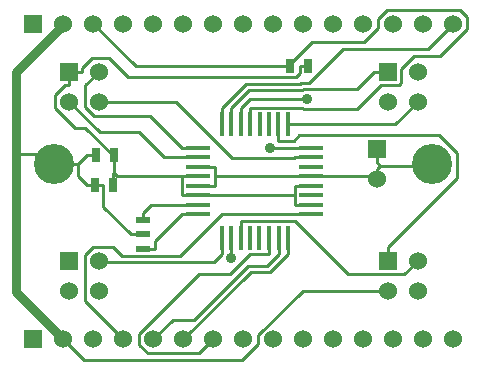
<source format=gtl>
G04 (created by PCBNEW (2013-mar-13)-testing) date Wed 23 Jul 2014 10:31:31 AM PDT*
%MOIN*%
G04 Gerber Fmt 3.4, Leading zero omitted, Abs format*
%FSLAX34Y34*%
G01*
G70*
G90*
G04 APERTURE LIST*
%ADD10C,0.005906*%
%ADD11R,0.060000X0.060000*%
%ADD12C,0.060000*%
%ADD13R,0.025000X0.045000*%
%ADD14R,0.078700X0.017700*%
%ADD15R,0.017700X0.078700*%
%ADD16R,0.051200X0.019700*%
%ADD17C,0.133900*%
%ADD18C,0.035000*%
%ADD19C,0.010000*%
%ADD20C,0.030000*%
G04 APERTURE END LIST*
G54D10*
G54D11*
X20559Y-33425D03*
G54D12*
X21559Y-33425D03*
X22559Y-33425D03*
X23559Y-33425D03*
X24559Y-33425D03*
X25559Y-33425D03*
X26559Y-33425D03*
X27559Y-33425D03*
X28559Y-33425D03*
X29559Y-33425D03*
X30559Y-33425D03*
X31559Y-33425D03*
X32559Y-33425D03*
X33559Y-33425D03*
X34559Y-33425D03*
G54D11*
X20559Y-22893D03*
G54D12*
X21559Y-22893D03*
X22559Y-22893D03*
X23559Y-22893D03*
X24559Y-22893D03*
X25559Y-22893D03*
X26559Y-22893D03*
X27559Y-22893D03*
X28559Y-22893D03*
X29559Y-22893D03*
X30559Y-22893D03*
X31559Y-22893D03*
X32559Y-22893D03*
X33559Y-22893D03*
X34559Y-22893D03*
G54D13*
X23233Y-27263D03*
X22633Y-27263D03*
X23213Y-28267D03*
X22613Y-28267D03*
G54D14*
X26056Y-29242D03*
X26056Y-28927D03*
X26056Y-28612D03*
X26056Y-28297D03*
X26056Y-27982D03*
X26056Y-27667D03*
X26056Y-27352D03*
X26056Y-27037D03*
X29822Y-27039D03*
X29822Y-29249D03*
X29822Y-28929D03*
X29822Y-28609D03*
X29822Y-28299D03*
X29822Y-27979D03*
X29822Y-27669D03*
X29822Y-27349D03*
G54D15*
X26840Y-26249D03*
X27154Y-26249D03*
X27470Y-26249D03*
X27784Y-26249D03*
X28100Y-26249D03*
X28414Y-26249D03*
X28730Y-26249D03*
X29044Y-26249D03*
X26842Y-30029D03*
X27152Y-30029D03*
X27472Y-30029D03*
X27782Y-30029D03*
X28092Y-30029D03*
X28412Y-30029D03*
X28732Y-30029D03*
X29052Y-30029D03*
G54D13*
X29129Y-24311D03*
X29729Y-24311D03*
G54D16*
X24212Y-29921D03*
X24212Y-30393D03*
X24212Y-29449D03*
G54D11*
X21744Y-24500D03*
G54D12*
X22744Y-24500D03*
X21744Y-25500D03*
X22744Y-25500D03*
G54D11*
X21744Y-30799D03*
G54D12*
X22744Y-30799D03*
X21744Y-31799D03*
X22744Y-31799D03*
G54D11*
X32374Y-24500D03*
G54D12*
X33374Y-24500D03*
X32374Y-25500D03*
X33374Y-25500D03*
G54D11*
X32374Y-30799D03*
G54D12*
X33374Y-30799D03*
X32374Y-31799D03*
X33374Y-31799D03*
G54D11*
X32007Y-27059D03*
G54D12*
X32007Y-28059D03*
G54D17*
X21259Y-27559D03*
X33858Y-27559D03*
G54D18*
X27152Y-30723D03*
X29692Y-25408D03*
X28464Y-27058D03*
G54D19*
X29822Y-28299D02*
X29279Y-28299D01*
X29822Y-28929D02*
X29279Y-28929D01*
X22194Y-24387D02*
X22194Y-24500D01*
X22531Y-24049D02*
X22194Y-24387D01*
X23078Y-24049D02*
X22531Y-24049D01*
X23714Y-24686D02*
X23078Y-24049D01*
X29319Y-24686D02*
X23714Y-24686D01*
X29454Y-24551D02*
X29319Y-24686D01*
X29454Y-24311D02*
X29454Y-24551D01*
X29729Y-24311D02*
X29454Y-24311D01*
X21744Y-24500D02*
X22194Y-24500D01*
X21744Y-24500D02*
X21744Y-24950D01*
X26056Y-27982D02*
X25513Y-27982D01*
X26328Y-28612D02*
X26600Y-28612D01*
X26328Y-28612D02*
X26056Y-28612D01*
X26056Y-28612D02*
X25513Y-28612D01*
X29279Y-28612D02*
X26600Y-28612D01*
X29279Y-28299D02*
X29279Y-28612D01*
X29279Y-28612D02*
X29279Y-28929D01*
X21631Y-24950D02*
X21744Y-24950D01*
X21293Y-25287D02*
X21631Y-24950D01*
X21293Y-25696D02*
X21293Y-25287D01*
X21963Y-26365D02*
X21293Y-25696D01*
X22297Y-26365D02*
X21963Y-26365D01*
X23233Y-27301D02*
X22297Y-26365D01*
X23233Y-27304D02*
X23233Y-27301D01*
X23233Y-27263D02*
X23233Y-27304D01*
X23213Y-28267D02*
X23213Y-27892D01*
X25513Y-28612D02*
X25513Y-27982D01*
X23233Y-27304D02*
X23233Y-27872D01*
X23233Y-27872D02*
X23213Y-27892D01*
X23342Y-27982D02*
X23233Y-27872D01*
X25513Y-27982D02*
X23342Y-27982D01*
X28412Y-30029D02*
X28412Y-30573D01*
X27795Y-30573D02*
X28412Y-30573D01*
X27122Y-31246D02*
X27795Y-30573D01*
X26087Y-31246D02*
X27122Y-31246D01*
X24096Y-33237D02*
X26087Y-31246D01*
X24096Y-33612D02*
X24096Y-33237D01*
X24372Y-33888D02*
X24096Y-33612D01*
X26095Y-33888D02*
X24372Y-33888D01*
X26559Y-33425D02*
X26095Y-33888D01*
X29052Y-30029D02*
X29052Y-30573D01*
X28452Y-31173D02*
X29052Y-30573D01*
X27810Y-31173D02*
X28452Y-31173D01*
X25559Y-33425D02*
X27810Y-31173D01*
X25210Y-32773D02*
X24559Y-33425D01*
X25927Y-32773D02*
X25210Y-32773D01*
X27727Y-30973D02*
X25927Y-32773D01*
X28332Y-30973D02*
X27727Y-30973D01*
X28732Y-30573D02*
X28332Y-30973D01*
X28732Y-30029D02*
X28732Y-30573D01*
X22282Y-32148D02*
X23559Y-33425D01*
X22282Y-30615D02*
X22282Y-32148D01*
X22560Y-30337D02*
X22282Y-30615D01*
X23215Y-30337D02*
X22560Y-30337D01*
X23519Y-30641D02*
X23215Y-30337D01*
X25443Y-30641D02*
X23519Y-30641D01*
X26835Y-29249D02*
X25443Y-30641D01*
X29822Y-29249D02*
X26835Y-29249D01*
X26056Y-27037D02*
X25513Y-27037D01*
X24451Y-25975D02*
X25513Y-27037D01*
X22582Y-25975D02*
X24451Y-25975D01*
X22287Y-25680D02*
X22582Y-25975D01*
X22287Y-24956D02*
X22287Y-25680D01*
X22744Y-24500D02*
X22287Y-24956D01*
X26573Y-30842D02*
X26842Y-30573D01*
X22786Y-30842D02*
X26573Y-30842D01*
X22744Y-30799D02*
X22786Y-30842D01*
X26842Y-30029D02*
X26842Y-30573D01*
X27152Y-30029D02*
X27152Y-30723D01*
X27768Y-25408D02*
X27470Y-25705D01*
X29692Y-25408D02*
X27768Y-25408D01*
X27470Y-26249D02*
X27470Y-25705D01*
X32374Y-24500D02*
X31923Y-24500D01*
X27154Y-26249D02*
X27154Y-25705D01*
X27762Y-25098D02*
X27154Y-25705D01*
X29542Y-25098D02*
X27762Y-25098D01*
X29557Y-25083D02*
X29542Y-25098D01*
X31340Y-25083D02*
X29557Y-25083D01*
X31923Y-24500D02*
X31340Y-25083D01*
X22766Y-26522D02*
X21744Y-25500D01*
X24091Y-26522D02*
X22766Y-26522D01*
X24921Y-27352D02*
X24091Y-26522D01*
X26056Y-27352D02*
X24921Y-27352D01*
X29279Y-29485D02*
X27472Y-29485D01*
X31042Y-31249D02*
X29279Y-29485D01*
X32923Y-31249D02*
X31042Y-31249D01*
X33374Y-30799D02*
X32923Y-31249D01*
X27472Y-30029D02*
X27472Y-29485D01*
X26840Y-26249D02*
X26840Y-25705D01*
X27648Y-24898D02*
X26840Y-25705D01*
X29459Y-24898D02*
X27648Y-24898D01*
X29481Y-24877D02*
X29459Y-24898D01*
X29751Y-24877D02*
X29481Y-24877D01*
X30887Y-23740D02*
X29751Y-24877D01*
X33711Y-23740D02*
X30887Y-23740D01*
X34559Y-22893D02*
X33711Y-23740D01*
X29245Y-27383D02*
X29279Y-27349D01*
X27186Y-27383D02*
X29245Y-27383D01*
X25303Y-25500D02*
X27186Y-27383D01*
X22744Y-25500D02*
X25303Y-25500D01*
X29822Y-27349D02*
X29279Y-27349D01*
X29260Y-27058D02*
X29279Y-27039D01*
X28464Y-27058D02*
X29260Y-27058D01*
X29822Y-27039D02*
X29279Y-27039D01*
X32624Y-26249D02*
X29044Y-26249D01*
X33374Y-25500D02*
X32624Y-26249D01*
X29242Y-26793D02*
X28730Y-26793D01*
X29428Y-26607D02*
X29242Y-26793D01*
X34085Y-26607D02*
X29428Y-26607D01*
X34683Y-27204D02*
X34085Y-26607D01*
X34683Y-28039D02*
X34683Y-27204D01*
X32374Y-30349D02*
X34683Y-28039D01*
X32374Y-30799D02*
X32374Y-30349D01*
X28730Y-26249D02*
X28730Y-26793D01*
X23976Y-24311D02*
X28854Y-24311D01*
X22559Y-22893D02*
X23976Y-24311D01*
X29129Y-24311D02*
X29060Y-24311D01*
X29060Y-24311D02*
X28854Y-24311D01*
X27784Y-26249D02*
X27784Y-25705D01*
X29846Y-23525D02*
X29060Y-24311D01*
X31589Y-23525D02*
X29846Y-23525D01*
X32059Y-23055D02*
X31589Y-23525D01*
X32059Y-22749D02*
X32059Y-23055D01*
X32365Y-22442D02*
X32059Y-22749D01*
X34783Y-22442D02*
X32365Y-22442D01*
X35026Y-22685D02*
X34783Y-22442D01*
X35026Y-23063D02*
X35026Y-22685D01*
X34124Y-23965D02*
X35026Y-23063D01*
X33253Y-23965D02*
X34124Y-23965D01*
X32824Y-24394D02*
X33253Y-23965D01*
X32824Y-24872D02*
X32824Y-24394D01*
X32746Y-24950D02*
X32824Y-24872D01*
X32153Y-24950D02*
X32746Y-24950D01*
X31359Y-25744D02*
X32153Y-24950D01*
X29568Y-25744D02*
X31359Y-25744D01*
X29530Y-25705D02*
X29568Y-25744D01*
X27784Y-25705D02*
X29530Y-25705D01*
X24485Y-28927D02*
X26056Y-28927D01*
X24212Y-29200D02*
X24485Y-28927D01*
X24212Y-29449D02*
X24212Y-29200D01*
X24618Y-30137D02*
X25513Y-29242D01*
X24618Y-30393D02*
X24618Y-30137D01*
X26056Y-29242D02*
X25513Y-29242D01*
X24212Y-30393D02*
X24618Y-30393D01*
X22633Y-27263D02*
X22357Y-27263D01*
G54D20*
X19980Y-24507D02*
X19980Y-27229D01*
X21559Y-22929D02*
X19980Y-24507D01*
X21559Y-22893D02*
X21559Y-22929D01*
X19980Y-31846D02*
X21559Y-33425D01*
X19980Y-27229D02*
X19980Y-31846D01*
G54D19*
X20930Y-27229D02*
X21259Y-27559D01*
X19980Y-27229D02*
X20930Y-27229D01*
X22613Y-28267D02*
X22338Y-28267D01*
X22888Y-29003D02*
X22888Y-28267D01*
X23806Y-29921D02*
X22888Y-29003D01*
X24212Y-29921D02*
X23806Y-29921D01*
X22062Y-27992D02*
X22338Y-28267D01*
X22062Y-27559D02*
X22062Y-27992D01*
X21259Y-27559D02*
X22062Y-27559D01*
X22062Y-27559D02*
X22357Y-27263D01*
X22613Y-28267D02*
X22888Y-28267D01*
X32007Y-27059D02*
X32007Y-27509D01*
X22232Y-34098D02*
X21559Y-33425D01*
X27523Y-34098D02*
X22232Y-34098D01*
X28059Y-33563D02*
X27523Y-34098D01*
X28059Y-33287D02*
X28059Y-33563D01*
X29547Y-31799D02*
X28059Y-33287D01*
X32374Y-31799D02*
X29547Y-31799D01*
X26617Y-27979D02*
X29822Y-27979D01*
X26600Y-27962D02*
X26617Y-27979D01*
X26600Y-27667D02*
X26600Y-27962D01*
X26617Y-28280D02*
X26600Y-28297D01*
X26617Y-27979D02*
X26617Y-28280D01*
X26056Y-28297D02*
X26600Y-28297D01*
X26056Y-27667D02*
X26600Y-27667D01*
X33788Y-27629D02*
X32127Y-27629D01*
X33858Y-27559D02*
X33788Y-27629D01*
X32127Y-27629D02*
X32007Y-27509D01*
X29822Y-27979D02*
X30366Y-27979D01*
X32007Y-27979D02*
X30366Y-27979D01*
X32007Y-28059D02*
X32007Y-27979D01*
X32007Y-27749D02*
X32127Y-27629D01*
X32007Y-27979D02*
X32007Y-27749D01*
M02*

</source>
